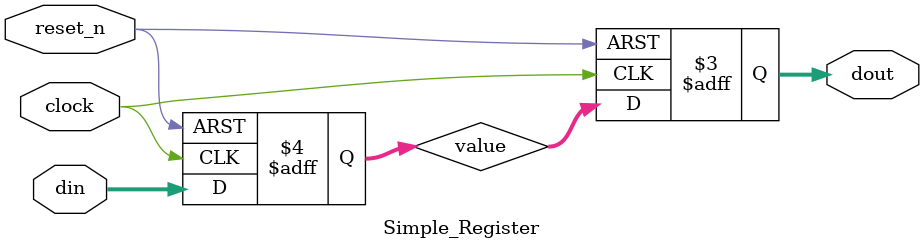
<source format=v>
/*
 * Copyright (c) 2012-2013, Synflow SAS
 * All rights reserved.
 * 
 * REDISTRIBUTION of this file in source and binary forms, with or without
 * modification, is NOT permitted in any way.
 *
 * The use of this file in source and binary forms, with or without
 * modification, is permitted if you have a valid commercial license of
 * Synflow Studio.
 * If you do NOT have a valid license of Synflow Studio: you are NOT allowed
 * to use this file.
 * 
 * THIS SOFTWARE IS PROVIDED BY THE COPYRIGHT HOLDERS AND CONTRIBUTORS "AS IS"
 * AND ANY EXPRESS OR IMPLIED WARRANTIES, INCLUDING, BUT NOT LIMITED TO, THE
 * IMPLIED WARRANTIES OF MERCHANTABILITY AND FITNESS FOR A PARTICULAR PURPOSE
 * ARE DISCLAIMED. IN NO EVENT SHALL THE COPYRIGHT OWNER OR CONTRIBUTORS BE
 * LIABLE FOR ANY DIRECT, INDIRECT, INCIDENTAL, SPECIAL, EXEMPLARY, OR
 * CONSEQUENTIAL DAMAGES (INCLUDING, BUT NOT LIMITED TO, PROCUREMENT OF
 * SUBSTITUTE GOODS OR SERVICES; LOSS OF USE, DATA, OR PROFITS; OR BUSINESS
 * INTERRUPTION) HOWEVER CAUSED AND ON ANY THEORY OF LIABILITY, WHETHER IN CONTRACT,
 * STRICT LIABILITY, OR TORT (INCLUDING NEGLIGENCE OR OTHERWISE) ARISING IN ANY
 * WAY OUT OF THE USE OF THIS SOFTWARE, EVEN IF ADVISED OF THE POSSIBILITY OF
 * SUCH DAMAGE
 */

/**
 * Title   : Simple register
 * Authors : Nicolas Siret <nicolas.siret@synflow.com>, Matthieu Wipliez <matthieu.wipliez@synflow.com>
 */
module Simple_Register
  #(parameter depth = 4)
  (
    input reset_n,
    input clock,
    input [depth - 1: 0] din,
    output reg [depth - 1: 0] dout
  );

  /**
   * value being held
   */	
  reg [depth - 1 : 0] value;

  always @(negedge reset_n or posedge clock)
    if (~reset_n) begin
      value <= 0;
      dout  <= 0;
    end else begin
      value <= din;
      dout  <= value;
    end

endmodule

</source>
